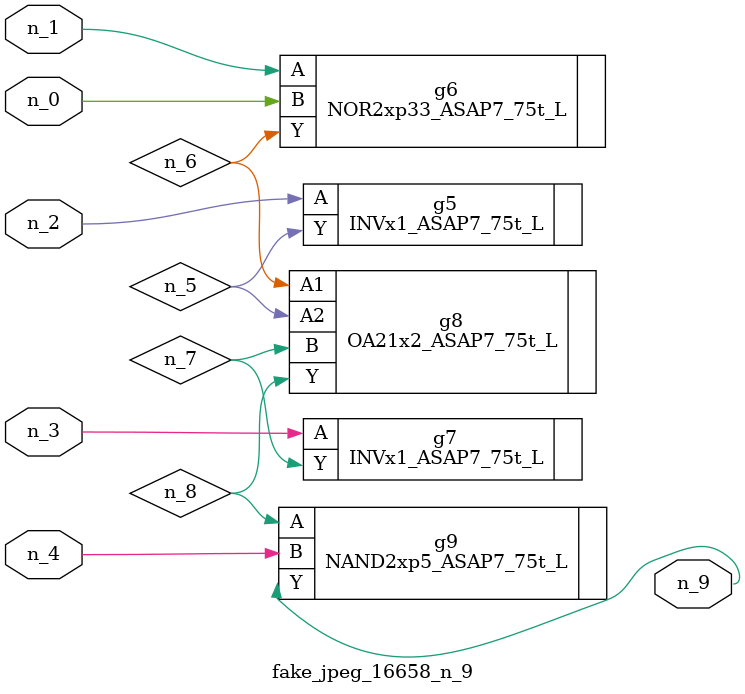
<source format=v>
module fake_jpeg_16658_n_9 (n_3, n_2, n_1, n_0, n_4, n_9);

input n_3;
input n_2;
input n_1;
input n_0;
input n_4;

output n_9;

wire n_8;
wire n_6;
wire n_5;
wire n_7;

INVx1_ASAP7_75t_L g5 ( 
.A(n_2),
.Y(n_5)
);

NOR2xp33_ASAP7_75t_L g6 ( 
.A(n_1),
.B(n_0),
.Y(n_6)
);

INVx1_ASAP7_75t_L g7 ( 
.A(n_3),
.Y(n_7)
);

OA21x2_ASAP7_75t_L g8 ( 
.A1(n_6),
.A2(n_5),
.B(n_7),
.Y(n_8)
);

NAND2xp5_ASAP7_75t_L g9 ( 
.A(n_8),
.B(n_4),
.Y(n_9)
);


endmodule
</source>
